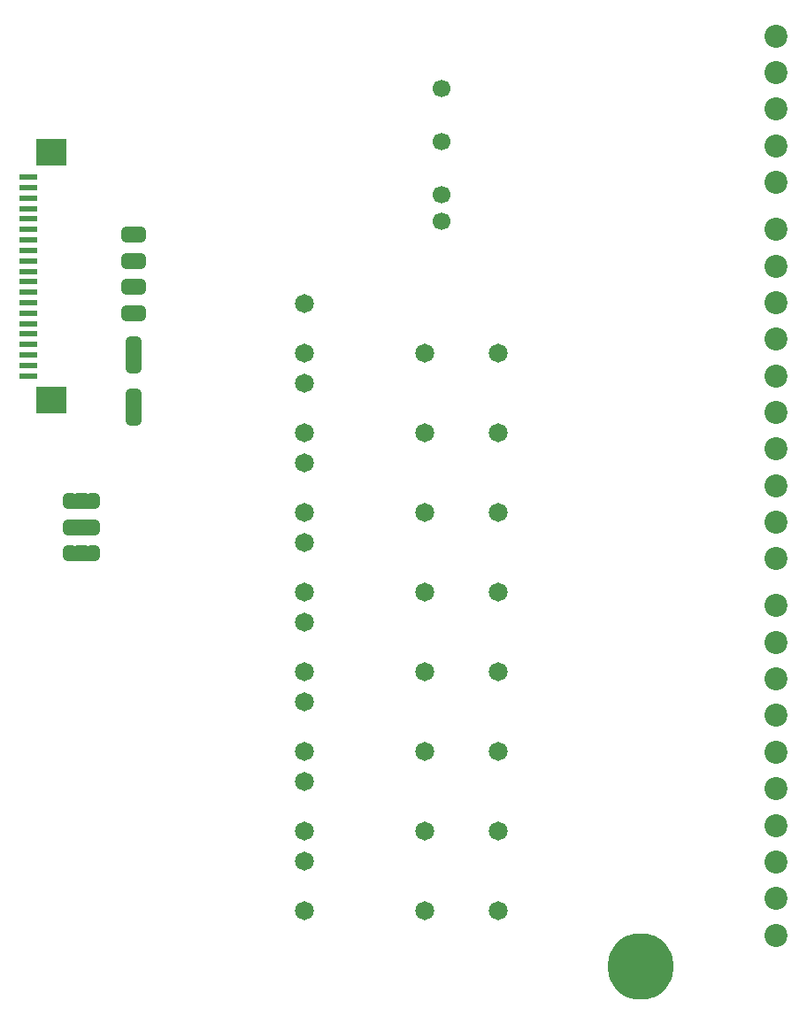
<source format=gbr>
%TF.GenerationSoftware,KiCad,Pcbnew,9.0.5*%
%TF.CreationDate,2025-10-31T12:59:57+03:00*%
%TF.ProjectId,PMCNV-RQ8,504d434e-562d-4525-9138-2e6b69636164,rev?*%
%TF.SameCoordinates,Original*%
%TF.FileFunction,Soldermask,Bot*%
%TF.FilePolarity,Negative*%
%FSLAX46Y46*%
G04 Gerber Fmt 4.6, Leading zero omitted, Abs format (unit mm)*
G04 Created by KiCad (PCBNEW 9.0.5) date 2025-10-31 12:59:57*
%MOMM*%
%LPD*%
G01*
G04 APERTURE LIST*
G04 Aperture macros list*
%AMFreePoly0*
4,1,23,0.550000,-0.750000,0.000000,-0.750000,0.000000,-0.745722,-0.065263,-0.745722,-0.191342,-0.711940,-0.304381,-0.646677,-0.396677,-0.554381,-0.461940,-0.441342,-0.495722,-0.315263,-0.495722,-0.250000,-0.500000,-0.250000,-0.500000,0.250000,-0.495722,0.250000,-0.495722,0.315263,-0.461940,0.441342,-0.396677,0.554381,-0.304381,0.646677,-0.191342,0.711940,-0.065263,0.745722,0.000000,0.745722,
0.000000,0.750000,0.550000,0.750000,0.550000,-0.750000,0.550000,-0.750000,$1*%
%AMFreePoly1*
4,1,23,0.000000,0.745722,0.065263,0.745722,0.191342,0.711940,0.304381,0.646677,0.396677,0.554381,0.461940,0.441342,0.495722,0.315263,0.495722,0.250000,0.500000,0.250000,0.500000,-0.250000,0.495722,-0.250000,0.495722,-0.315263,0.461940,-0.441342,0.396677,-0.554381,0.304381,-0.646677,0.191342,-0.711940,0.065263,-0.745722,0.000000,-0.745722,0.000000,-0.750000,-0.550000,-0.750000,
-0.550000,0.750000,0.000000,0.750000,0.000000,0.745722,0.000000,0.745722,$1*%
%AMFreePoly2*
4,1,23,0.500000,-0.750000,0.000000,-0.750000,0.000000,-0.745722,-0.065263,-0.745722,-0.191342,-0.711940,-0.304381,-0.646677,-0.396677,-0.554381,-0.461940,-0.441342,-0.495722,-0.315263,-0.495722,-0.250000,-0.500000,-0.250000,-0.500000,0.250000,-0.495722,0.250000,-0.495722,0.315263,-0.461940,0.441342,-0.396677,0.554381,-0.304381,0.646677,-0.191342,0.711940,-0.065263,0.745722,0.000000,0.745722,
0.000000,0.750000,0.500000,0.750000,0.500000,-0.750000,0.500000,-0.750000,$1*%
%AMFreePoly3*
4,1,23,0.000000,0.745722,0.065263,0.745722,0.191342,0.711940,0.304381,0.646677,0.396677,0.554381,0.461940,0.441342,0.495722,0.315263,0.495722,0.250000,0.500000,0.250000,0.500000,-0.250000,0.495722,-0.250000,0.495722,-0.315263,0.461940,-0.441342,0.396677,-0.554381,0.304381,-0.646677,0.191342,-0.711940,0.065263,-0.745722,0.000000,-0.745722,0.000000,-0.750000,-0.500000,-0.750000,
-0.500000,0.750000,0.000000,0.750000,0.000000,0.745722,0.000000,0.745722,$1*%
G04 Aperture macros list end*
%ADD10C,1.812000*%
%ADD11C,2.200000*%
%ADD12C,1.700000*%
%ADD13O,6.350000X6.350000*%
%ADD14R,1.800000X0.600000*%
%ADD15R,3.000000X2.600000*%
%ADD16FreePoly0,90.000000*%
%ADD17R,1.500000X1.000000*%
%ADD18FreePoly1,90.000000*%
%ADD19FreePoly2,0.000000*%
%ADD20FreePoly3,0.000000*%
%ADD21FreePoly0,180.000000*%
%ADD22R,1.000000X1.500000*%
%ADD23FreePoly1,180.000000*%
G04 APERTURE END LIST*
%TO.C,JP9*%
G36*
X-25750000Y6750000D02*
G01*
X-27250000Y6750000D01*
X-27250000Y8250000D01*
X-25750000Y8250000D01*
X-25750000Y6750000D01*
G37*
%TO.C,JP3*%
G36*
X-26650000Y18250000D02*
G01*
X-26350000Y18250000D01*
X-26350000Y19750000D01*
X-26650000Y19750000D01*
X-26650000Y18250000D01*
G37*
%TO.C,JP6*%
G36*
X-30750000Y-3250000D02*
G01*
X-32250000Y-3250000D01*
X-32250000Y-4750000D01*
X-30750000Y-4750000D01*
X-30750000Y-3250000D01*
G37*
%TO.C,JP4*%
G36*
X-26650000Y15750000D02*
G01*
X-26350000Y15750000D01*
X-26350000Y17250000D01*
X-26650000Y17250000D01*
X-26650000Y15750000D01*
G37*
%TO.C,JP2*%
G36*
X-26650000Y20750000D02*
G01*
X-26350000Y20750000D01*
X-26350000Y22250000D01*
X-26650000Y22250000D01*
X-26650000Y20750000D01*
G37*
%TO.C,JP5*%
G36*
X-30750000Y-750000D02*
G01*
X-32250000Y-750000D01*
X-32250000Y-2250000D01*
X-30750000Y-2250000D01*
X-30750000Y-750000D01*
G37*
%TO.C,JP7*%
G36*
X-30750000Y-5750000D02*
G01*
X-32250000Y-5750000D01*
X-32250000Y-7250000D01*
X-30750000Y-7250000D01*
X-30750000Y-5750000D01*
G37*
%TO.C,JP1*%
G36*
X-26650000Y23250000D02*
G01*
X-26350000Y23250000D01*
X-26350000Y24750000D01*
X-26650000Y24750000D01*
X-26650000Y23250000D01*
G37*
%TO.C,JP8*%
G36*
X-25750000Y11750000D02*
G01*
X-27250000Y11750000D01*
X-27250000Y13250000D01*
X-25750000Y13250000D01*
X-25750000Y11750000D01*
G37*
%TD*%
D10*
%TO.C,K4*%
X-10160000Y-10160000D03*
X1340000Y-10160000D03*
X8340000Y-10160000D03*
X-10160000Y-5460000D03*
%TD*%
%TO.C,K5*%
X-10160000Y-17780000D03*
X1340000Y-17780000D03*
X8340000Y-17780000D03*
X-10160000Y-13080000D03*
%TD*%
%TO.C,K6*%
X-10160000Y-25400000D03*
X1340000Y-25400000D03*
X8340000Y-25400000D03*
X-10160000Y-20700000D03*
%TD*%
%TO.C,K8*%
X-10160000Y-40640000D03*
X1340000Y-40640000D03*
X8340000Y-40640000D03*
X-10160000Y-35940000D03*
%TD*%
%TO.C,K1*%
X-10160000Y12700000D03*
X1340000Y12700000D03*
X8340000Y12700000D03*
X-10160000Y17400000D03*
%TD*%
D11*
%TO.C,J6*%
X35000000Y29000000D03*
X35000000Y32500000D03*
X35000000Y36000000D03*
X35000000Y39500000D03*
X35000000Y43000000D03*
%TD*%
%TO.C,J8*%
X35000000Y-43000000D03*
X35000000Y-39500000D03*
X35000000Y-36000000D03*
X35000000Y-32500000D03*
X35000000Y-29000000D03*
X35000000Y-25500000D03*
X35000000Y-22000000D03*
X35000000Y-18500000D03*
X35000000Y-15000000D03*
X35000000Y-11500000D03*
%TD*%
D10*
%TO.C,K7*%
X-10160000Y-33020000D03*
X1340000Y-33020000D03*
X8340000Y-33020000D03*
X-10160000Y-28320000D03*
%TD*%
D12*
%TO.C,PS1*%
X3000000Y25300000D03*
X3000000Y27840000D03*
X3000000Y32920000D03*
X3000000Y38000000D03*
%TD*%
D13*
%TO.C,PE1*%
X22000000Y-46000000D03*
%TD*%
D10*
%TO.C,K3*%
X-10160000Y-2540000D03*
X1340000Y-2540000D03*
X8340000Y-2540000D03*
X-10160000Y2160000D03*
%TD*%
%TO.C,K2*%
X-10160000Y5080000D03*
X1340000Y5080000D03*
X8340000Y5080000D03*
X-10160000Y9780000D03*
%TD*%
D11*
%TO.C,J7*%
X35000000Y-7000000D03*
X35000000Y-3500000D03*
X35000000Y0D03*
X35000000Y3500000D03*
X35000000Y7000000D03*
X35000000Y10500000D03*
X35000000Y14000000D03*
X35000000Y17500000D03*
X35000000Y21000000D03*
X35000000Y24500000D03*
%TD*%
D14*
%TO.C,JM2*%
X-36546000Y29500000D03*
X-36546000Y28500000D03*
X-36546000Y27500000D03*
X-36546000Y26500000D03*
X-36546000Y25500000D03*
X-36546000Y24500000D03*
X-36546000Y23500000D03*
X-36546000Y22500000D03*
X-36546000Y21500000D03*
X-36546000Y20500000D03*
X-36546000Y19500000D03*
X-36546000Y18500000D03*
X-36546000Y17500000D03*
X-36546000Y16500000D03*
X-36546000Y15500000D03*
X-36546000Y14500000D03*
X-36546000Y13500000D03*
X-36546000Y12500000D03*
X-36546000Y11500000D03*
X-36546000Y10500000D03*
D15*
X-34375000Y31850000D03*
X-34375000Y8150000D03*
%TD*%
D16*
%TO.C,JP9*%
X-26500000Y6200000D03*
D17*
X-26500000Y7500000D03*
D18*
X-26500000Y8800000D03*
%TD*%
D19*
%TO.C,JP3*%
X-27150000Y19000000D03*
D20*
X-25850000Y19000000D03*
%TD*%
D21*
%TO.C,JP6*%
X-30200000Y-4000000D03*
D22*
X-31500000Y-4000000D03*
D23*
X-32800000Y-4000000D03*
%TD*%
D19*
%TO.C,JP4*%
X-27150000Y16500000D03*
D20*
X-25850000Y16500000D03*
%TD*%
D19*
%TO.C,JP2*%
X-27150000Y21500000D03*
D20*
X-25850000Y21500000D03*
%TD*%
D21*
%TO.C,JP5*%
X-30200000Y-1500000D03*
D22*
X-31500000Y-1500000D03*
D23*
X-32800000Y-1500000D03*
%TD*%
D21*
%TO.C,JP7*%
X-30200000Y-6500000D03*
D22*
X-31500000Y-6500000D03*
D23*
X-32800000Y-6500000D03*
%TD*%
D19*
%TO.C,JP1*%
X-27150000Y24000000D03*
D20*
X-25850000Y24000000D03*
%TD*%
D16*
%TO.C,JP8*%
X-26500000Y11200000D03*
D17*
X-26500000Y12500000D03*
D18*
X-26500000Y13800000D03*
%TD*%
M02*

</source>
